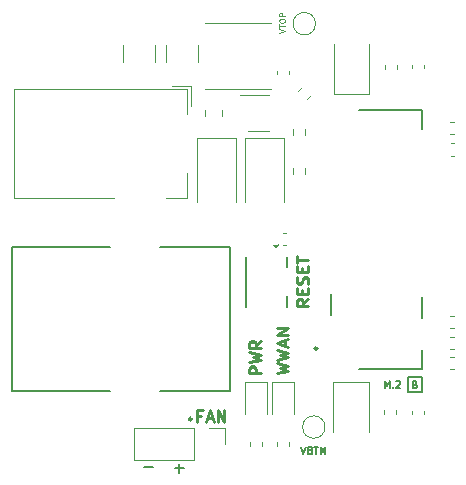
<source format=gbr>
G04 #@! TF.GenerationSoftware,KiCad,Pcbnew,(5.1.9-0-10_14)*
G04 #@! TF.CreationDate,2021-05-09T00:19:33+01:00*
G04 #@! TF.ProjectId,usb3-ngff-carrier,75736233-2d6e-4676-9666-2d6361727269,1*
G04 #@! TF.SameCoordinates,Original*
G04 #@! TF.FileFunction,Legend,Top*
G04 #@! TF.FilePolarity,Positive*
%FSLAX46Y46*%
G04 Gerber Fmt 4.6, Leading zero omitted, Abs format (unit mm)*
G04 Created by KiCad (PCBNEW (5.1.9-0-10_14)) date 2021-05-09 00:19:33*
%MOMM*%
%LPD*%
G01*
G04 APERTURE LIST*
%ADD10C,0.152400*%
%ADD11C,0.150000*%
%ADD12C,0.250000*%
%ADD13C,0.120000*%
%ADD14C,0.127000*%
%ADD15C,0.240000*%
%ADD16C,0.125000*%
%ADD17C,0.100000*%
%ADD18R,1.220000X0.650000*%
%ADD19R,1.200000X4.700000*%
%ADD20C,1.500000*%
%ADD21C,3.500000*%
%ADD22C,1.420000*%
%ADD23R,1.420000X1.420000*%
%ADD24C,1.200000*%
%ADD25C,3.000000*%
%ADD26C,5.300000*%
%ADD27O,1.700000X1.700000*%
%ADD28R,1.700000X1.700000*%
%ADD29C,1.100000*%
%ADD30C,1.600000*%
%ADD31R,1.550000X0.300000*%
%ADD32R,2.750000X1.200000*%
%ADD33R,1.000000X0.900000*%
%ADD34R,0.550000X1.700000*%
%ADD35R,1.800000X2.500000*%
%ADD36R,1.800000X4.400000*%
%ADD37O,1.800000X4.000000*%
%ADD38O,4.000000X1.800000*%
%ADD39C,4.700000*%
G04 APERTURE END LIST*
D10*
X32475000Y-32900000D02*
X32475000Y-31700000D01*
X31275000Y-32900000D02*
X32475000Y-32900000D01*
X31275000Y-31700000D02*
X31275000Y-32900000D01*
X32475000Y-31700000D02*
X31275000Y-31700000D01*
D11*
X31870357Y-32307142D02*
X31956071Y-32335714D01*
X31984642Y-32364285D01*
X32013214Y-32421428D01*
X32013214Y-32507142D01*
X31984642Y-32564285D01*
X31956071Y-32592857D01*
X31898928Y-32621428D01*
X31670357Y-32621428D01*
X31670357Y-32021428D01*
X31870357Y-32021428D01*
X31927500Y-32050000D01*
X31956071Y-32078571D01*
X31984642Y-32135714D01*
X31984642Y-32192857D01*
X31956071Y-32250000D01*
X31927500Y-32278571D01*
X31870357Y-32307142D01*
X31670357Y-32307142D01*
X29327500Y-32571428D02*
X29327500Y-31971428D01*
X29527500Y-32400000D01*
X29727500Y-31971428D01*
X29727500Y-32571428D01*
X30013214Y-32514285D02*
X30041785Y-32542857D01*
X30013214Y-32571428D01*
X29984642Y-32542857D01*
X30013214Y-32514285D01*
X30013214Y-32571428D01*
X30270357Y-32028571D02*
X30298928Y-32000000D01*
X30356071Y-31971428D01*
X30498928Y-31971428D01*
X30556071Y-32000000D01*
X30584642Y-32028571D01*
X30613214Y-32085714D01*
X30613214Y-32142857D01*
X30584642Y-32228571D01*
X30241785Y-32571428D01*
X30613214Y-32571428D01*
X8919047Y-39321428D02*
X9680952Y-39321428D01*
X11519047Y-39371428D02*
X12280952Y-39371428D01*
X11900000Y-39752380D02*
X11900000Y-38990476D01*
D12*
X13790476Y-34928571D02*
X13457142Y-34928571D01*
X13457142Y-35452380D02*
X13457142Y-34452380D01*
X13933333Y-34452380D01*
X14266666Y-35166666D02*
X14742857Y-35166666D01*
X14171428Y-35452380D02*
X14504761Y-34452380D01*
X14838095Y-35452380D01*
X15171428Y-35452380D02*
X15171428Y-34452380D01*
X15742857Y-35452380D01*
X15742857Y-34452380D01*
X22852380Y-25052380D02*
X22376190Y-25385714D01*
X22852380Y-25623809D02*
X21852380Y-25623809D01*
X21852380Y-25242857D01*
X21900000Y-25147619D01*
X21947619Y-25100000D01*
X22042857Y-25052380D01*
X22185714Y-25052380D01*
X22280952Y-25100000D01*
X22328571Y-25147619D01*
X22376190Y-25242857D01*
X22376190Y-25623809D01*
X22328571Y-24623809D02*
X22328571Y-24290476D01*
X22852380Y-24147619D02*
X22852380Y-24623809D01*
X21852380Y-24623809D01*
X21852380Y-24147619D01*
X22804761Y-23766666D02*
X22852380Y-23623809D01*
X22852380Y-23385714D01*
X22804761Y-23290476D01*
X22757142Y-23242857D01*
X22661904Y-23195238D01*
X22566666Y-23195238D01*
X22471428Y-23242857D01*
X22423809Y-23290476D01*
X22376190Y-23385714D01*
X22328571Y-23576190D01*
X22280952Y-23671428D01*
X22233333Y-23719047D01*
X22138095Y-23766666D01*
X22042857Y-23766666D01*
X21947619Y-23719047D01*
X21900000Y-23671428D01*
X21852380Y-23576190D01*
X21852380Y-23338095D01*
X21900000Y-23195238D01*
X22328571Y-22766666D02*
X22328571Y-22433333D01*
X22852380Y-22290476D02*
X22852380Y-22766666D01*
X21852380Y-22766666D01*
X21852380Y-22290476D01*
X21852380Y-22004761D02*
X21852380Y-21433333D01*
X22852380Y-21719047D02*
X21852380Y-21719047D01*
X18852380Y-31333333D02*
X17852380Y-31333333D01*
X17852380Y-30952380D01*
X17900000Y-30857142D01*
X17947619Y-30809523D01*
X18042857Y-30761904D01*
X18185714Y-30761904D01*
X18280952Y-30809523D01*
X18328571Y-30857142D01*
X18376190Y-30952380D01*
X18376190Y-31333333D01*
X17852380Y-30428571D02*
X18852380Y-30190476D01*
X18138095Y-30000000D01*
X18852380Y-29809523D01*
X17852380Y-29571428D01*
X18852380Y-28619047D02*
X18376190Y-28952380D01*
X18852380Y-29190476D02*
X17852380Y-29190476D01*
X17852380Y-28809523D01*
X17900000Y-28714285D01*
X17947619Y-28666666D01*
X18042857Y-28619047D01*
X18185714Y-28619047D01*
X18280952Y-28666666D01*
X18328571Y-28714285D01*
X18376190Y-28809523D01*
X18376190Y-29190476D01*
X20152380Y-31352380D02*
X21152380Y-31114285D01*
X20438095Y-30923809D01*
X21152380Y-30733333D01*
X20152380Y-30495238D01*
X20152380Y-30209523D02*
X21152380Y-29971428D01*
X20438095Y-29780952D01*
X21152380Y-29590476D01*
X20152380Y-29352380D01*
X20866666Y-29019047D02*
X20866666Y-28542857D01*
X21152380Y-29114285D02*
X20152380Y-28780952D01*
X21152380Y-28447619D01*
X21152380Y-28114285D02*
X20152380Y-28114285D01*
X21152380Y-27542857D01*
X20152380Y-27542857D01*
D13*
X17720000Y-10860000D02*
X19480000Y-10860000D01*
X19480000Y-7790000D02*
X17050000Y-7790000D01*
X14056000Y-1706000D02*
X19644000Y-1706000D01*
X19644000Y-7294000D02*
X14056000Y-7294000D01*
X23062230Y-7826697D02*
X22726697Y-8162230D01*
X22323303Y-7087770D02*
X21987770Y-7423303D01*
X22572500Y-10662742D02*
X22572500Y-11137258D01*
X21527500Y-10662742D02*
X21527500Y-11137258D01*
X20940580Y-19465000D02*
X20659420Y-19465000D01*
X20940580Y-20485000D02*
X20659420Y-20485000D01*
X34859420Y-29260000D02*
X35140580Y-29260000D01*
X34859420Y-28240000D02*
X35140580Y-28240000D01*
X34859420Y-31010000D02*
X35140580Y-31010000D01*
X34859420Y-29990000D02*
X35140580Y-29990000D01*
X31590000Y-34509420D02*
X31590000Y-34790580D01*
X32610000Y-34509420D02*
X32610000Y-34790580D01*
X34874420Y-11060000D02*
X35155580Y-11060000D01*
X34874420Y-10040000D02*
X35155580Y-10040000D01*
X34884420Y-12910000D02*
X35165580Y-12910000D01*
X34884420Y-11890000D02*
X35165580Y-11890000D01*
X32660000Y-5540580D02*
X32660000Y-5259420D01*
X31640000Y-5540580D02*
X31640000Y-5259420D01*
X21210000Y-6040580D02*
X21210000Y-5759420D01*
X20190000Y-6040580D02*
X20190000Y-5759420D01*
X23450000Y-1750000D02*
G75*
G03*
X23450000Y-1750000I-950000J0D01*
G01*
X21527500Y-13962742D02*
X21527500Y-14437258D01*
X22572500Y-13962742D02*
X22572500Y-14437258D01*
X10790000Y-3538748D02*
X10790000Y-4961252D01*
X13510000Y-3538748D02*
X13510000Y-4961252D01*
X7140000Y-3538748D02*
X7140000Y-4961252D01*
X9860000Y-3538748D02*
X9860000Y-4961252D01*
D11*
X16250000Y-20675000D02*
X16250000Y-32825000D01*
X-2250000Y-32825000D02*
X6025000Y-32825000D01*
X10275000Y-32825000D02*
X16250000Y-32825000D01*
X-2250000Y-20675000D02*
X-2250000Y-32825000D01*
X-2250000Y-20675000D02*
X6025000Y-20675000D01*
X10275000Y-20675000D02*
X16250000Y-20675000D01*
D12*
X12984999Y-35225000D02*
G75*
G03*
X12984999Y-35225000I-125000J0D01*
G01*
D13*
X15780000Y-36020000D02*
X15780000Y-37350000D01*
X14450000Y-36020000D02*
X15780000Y-36020000D01*
X13180000Y-36020000D02*
X13180000Y-38680000D01*
X13180000Y-38680000D02*
X8040000Y-38680000D01*
X13180000Y-36020000D02*
X8040000Y-36020000D01*
X8040000Y-36020000D02*
X8040000Y-38680000D01*
D14*
X27100000Y-30950000D02*
X32500000Y-30950000D01*
X32500000Y-30950000D02*
X32500000Y-29350000D01*
X32500000Y-26650000D02*
X32500000Y-24850000D01*
X32500000Y-10650000D02*
X32500000Y-9050000D01*
X32500000Y-9050000D02*
X27100000Y-9050000D01*
X24750000Y-24600000D02*
X24750000Y-26400000D01*
D15*
X23620000Y-29250000D02*
G75*
G03*
X23620000Y-29250000I-120000J0D01*
G01*
D13*
X34837221Y-27510000D02*
X35162779Y-27510000D01*
X34837221Y-26490000D02*
X35162779Y-26490000D01*
X29240000Y-34487221D02*
X29240000Y-34812779D01*
X30260000Y-34487221D02*
X30260000Y-34812779D01*
X30360000Y-5562779D02*
X30360000Y-5237221D01*
X29340000Y-5562779D02*
X29340000Y-5237221D01*
D12*
X20225000Y-20500001D02*
G75*
G03*
X20225000Y-20500001I-125000J0D01*
G01*
D11*
X21075000Y-25700000D02*
X21075000Y-24825000D01*
X21075000Y-21500000D02*
X21075000Y-22375000D01*
X17525000Y-21500000D02*
X17525000Y-25700000D01*
D13*
X17890000Y-37137221D02*
X17890000Y-37462779D01*
X18910000Y-37137221D02*
X18910000Y-37462779D01*
X17440000Y-32115000D02*
X17440000Y-34800000D01*
X19360000Y-32115000D02*
X17440000Y-32115000D01*
X19360000Y-34800000D02*
X19360000Y-32115000D01*
X24250000Y-35900000D02*
G75*
G03*
X24250000Y-35900000I-950000J0D01*
G01*
X20190000Y-37137221D02*
X20190000Y-37462779D01*
X21210000Y-37137221D02*
X21210000Y-37462779D01*
X19740000Y-32115000D02*
X19740000Y-34800000D01*
X21660000Y-32115000D02*
X19740000Y-32115000D01*
X21660000Y-34800000D02*
X21660000Y-32115000D01*
X24940000Y-32090000D02*
X24940000Y-36300000D01*
X27960000Y-32090000D02*
X24940000Y-32090000D01*
X27960000Y-36300000D02*
X27960000Y-32090000D01*
X28000000Y-7710000D02*
X28000000Y-3500000D01*
X24980000Y-7710000D02*
X28000000Y-7710000D01*
X24980000Y-3500000D02*
X24980000Y-7710000D01*
X14090000Y-9558578D02*
X14090000Y-9041422D01*
X15510000Y-9558578D02*
X15510000Y-9041422D01*
X16750000Y-11450000D02*
X16750000Y-16850000D01*
X13450000Y-11450000D02*
X13450000Y-16850000D01*
X16750000Y-11450000D02*
X13450000Y-11450000D01*
X20750000Y-11450000D02*
X20750000Y-16850000D01*
X17450000Y-11450000D02*
X17450000Y-16850000D01*
X20750000Y-11450000D02*
X17450000Y-11450000D01*
X6400000Y-16500000D02*
X-2100000Y-16500000D01*
X-2100000Y-16500000D02*
X-2100000Y-7300000D01*
X-2100000Y-7300000D02*
X12600000Y-7300000D01*
X12600000Y-14400000D02*
X12600000Y-16500000D01*
X12600000Y-16500000D02*
X10800000Y-16500000D01*
X12900000Y-8700000D02*
X12900000Y-7000000D01*
X12900000Y-7000000D02*
X11300000Y-7000000D01*
X12600000Y-7300000D02*
X12600000Y-9400000D01*
D16*
X20376190Y-2519047D02*
X20876190Y-2352380D01*
X20376190Y-2185714D01*
X20376190Y-2090476D02*
X20376190Y-1804761D01*
X20876190Y-1947619D02*
X20376190Y-1947619D01*
X20376190Y-1542857D02*
X20376190Y-1447619D01*
X20400000Y-1400000D01*
X20447619Y-1352380D01*
X20542857Y-1328571D01*
X20709523Y-1328571D01*
X20804761Y-1352380D01*
X20852380Y-1400000D01*
X20876190Y-1447619D01*
X20876190Y-1542857D01*
X20852380Y-1590476D01*
X20804761Y-1638095D01*
X20709523Y-1661904D01*
X20542857Y-1661904D01*
X20447619Y-1638095D01*
X20400000Y-1590476D01*
X20376190Y-1542857D01*
X20876190Y-1114285D02*
X20376190Y-1114285D01*
X20376190Y-923809D01*
X20400000Y-876190D01*
X20423809Y-852380D01*
X20471428Y-828571D01*
X20542857Y-828571D01*
X20590476Y-852380D01*
X20614285Y-876190D01*
X20638095Y-923809D01*
X20638095Y-1114285D01*
D11*
X22228571Y-37571428D02*
X22428571Y-38171428D01*
X22628571Y-37571428D01*
X23028571Y-37857142D02*
X23114285Y-37885714D01*
X23142857Y-37914285D01*
X23171428Y-37971428D01*
X23171428Y-38057142D01*
X23142857Y-38114285D01*
X23114285Y-38142857D01*
X23057142Y-38171428D01*
X22828571Y-38171428D01*
X22828571Y-37571428D01*
X23028571Y-37571428D01*
X23085714Y-37600000D01*
X23114285Y-37628571D01*
X23142857Y-37685714D01*
X23142857Y-37742857D01*
X23114285Y-37800000D01*
X23085714Y-37828571D01*
X23028571Y-37857142D01*
X22828571Y-37857142D01*
X23342857Y-37571428D02*
X23685714Y-37571428D01*
X23514285Y-38171428D02*
X23514285Y-37571428D01*
X23885714Y-38171428D02*
X23885714Y-37571428D01*
X24085714Y-38000000D01*
X24285714Y-37571428D01*
X24285714Y-38171428D01*
%LPC*%
D17*
G36*
X89700000Y-35050000D02*
G01*
X43000000Y-35050000D01*
X39000000Y-31050000D01*
X39000000Y-8950000D01*
X43000000Y-4950000D01*
X89700000Y-4950000D01*
X89700000Y-35050000D01*
G37*
X89700000Y-35050000D02*
X43000000Y-35050000D01*
X39000000Y-31050000D01*
X39000000Y-8950000D01*
X43000000Y-4950000D01*
X89700000Y-4950000D01*
X89700000Y-35050000D01*
D18*
X17290000Y-8350000D03*
X17290000Y-9300000D03*
X17290000Y-10250000D03*
X19910000Y-10250000D03*
X19910000Y-9300000D03*
X19910000Y-8350000D03*
D19*
X15195000Y-4500000D03*
X18505000Y-4500000D03*
G36*
G01*
X23196751Y-6564340D02*
X23585660Y-6953249D01*
G75*
G02*
X23585660Y-7236091I-141421J-141421D01*
G01*
X23302817Y-7518934D01*
G75*
G02*
X23019975Y-7518934I-141421J141421D01*
G01*
X22631066Y-7130025D01*
G75*
G02*
X22631066Y-6847183I141421J141421D01*
G01*
X22913909Y-6564340D01*
G75*
G02*
X23196751Y-6564340I141421J-141421D01*
G01*
G37*
G36*
G01*
X22030025Y-7731066D02*
X22418934Y-8119975D01*
G75*
G02*
X22418934Y-8402817I-141421J-141421D01*
G01*
X22136091Y-8685660D01*
G75*
G02*
X21853249Y-8685660I-141421J141421D01*
G01*
X21464340Y-8296751D01*
G75*
G02*
X21464340Y-8013909I141421J141421D01*
G01*
X21747183Y-7731066D01*
G75*
G02*
X22030025Y-7731066I141421J-141421D01*
G01*
G37*
G36*
G01*
X21775000Y-11325000D02*
X22325000Y-11325000D01*
G75*
G02*
X22525000Y-11525000I0J-200000D01*
G01*
X22525000Y-11925000D01*
G75*
G02*
X22325000Y-12125000I-200000J0D01*
G01*
X21775000Y-12125000D01*
G75*
G02*
X21575000Y-11925000I0J200000D01*
G01*
X21575000Y-11525000D01*
G75*
G02*
X21775000Y-11325000I200000J0D01*
G01*
G37*
G36*
G01*
X21775000Y-9675000D02*
X22325000Y-9675000D01*
G75*
G02*
X22525000Y-9875000I0J-200000D01*
G01*
X22525000Y-10275000D01*
G75*
G02*
X22325000Y-10475000I-200000J0D01*
G01*
X21775000Y-10475000D01*
G75*
G02*
X21575000Y-10275000I0J200000D01*
G01*
X21575000Y-9875000D01*
G75*
G02*
X21775000Y-9675000I200000J0D01*
G01*
G37*
G36*
G01*
X20475000Y-19725000D02*
X20475000Y-20225000D01*
G75*
G02*
X20250000Y-20450000I-225000J0D01*
G01*
X19800000Y-20450000D01*
G75*
G02*
X19575000Y-20225000I0J225000D01*
G01*
X19575000Y-19725000D01*
G75*
G02*
X19800000Y-19500000I225000J0D01*
G01*
X20250000Y-19500000D01*
G75*
G02*
X20475000Y-19725000I0J-225000D01*
G01*
G37*
G36*
G01*
X22025000Y-19725000D02*
X22025000Y-20225000D01*
G75*
G02*
X21800000Y-20450000I-225000J0D01*
G01*
X21350000Y-20450000D01*
G75*
G02*
X21125000Y-20225000I0J225000D01*
G01*
X21125000Y-19725000D01*
G75*
G02*
X21350000Y-19500000I225000J0D01*
G01*
X21800000Y-19500000D01*
G75*
G02*
X22025000Y-19725000I0J-225000D01*
G01*
G37*
G36*
G01*
X35325000Y-29000000D02*
X35325000Y-28500000D01*
G75*
G02*
X35550000Y-28275000I225000J0D01*
G01*
X36000000Y-28275000D01*
G75*
G02*
X36225000Y-28500000I0J-225000D01*
G01*
X36225000Y-29000000D01*
G75*
G02*
X36000000Y-29225000I-225000J0D01*
G01*
X35550000Y-29225000D01*
G75*
G02*
X35325000Y-29000000I0J225000D01*
G01*
G37*
G36*
G01*
X33775000Y-29000000D02*
X33775000Y-28500000D01*
G75*
G02*
X34000000Y-28275000I225000J0D01*
G01*
X34450000Y-28275000D01*
G75*
G02*
X34675000Y-28500000I0J-225000D01*
G01*
X34675000Y-29000000D01*
G75*
G02*
X34450000Y-29225000I-225000J0D01*
G01*
X34000000Y-29225000D01*
G75*
G02*
X33775000Y-29000000I0J225000D01*
G01*
G37*
G36*
G01*
X35325000Y-30750000D02*
X35325000Y-30250000D01*
G75*
G02*
X35550000Y-30025000I225000J0D01*
G01*
X36000000Y-30025000D01*
G75*
G02*
X36225000Y-30250000I0J-225000D01*
G01*
X36225000Y-30750000D01*
G75*
G02*
X36000000Y-30975000I-225000J0D01*
G01*
X35550000Y-30975000D01*
G75*
G02*
X35325000Y-30750000I0J225000D01*
G01*
G37*
G36*
G01*
X33775000Y-30750000D02*
X33775000Y-30250000D01*
G75*
G02*
X34000000Y-30025000I225000J0D01*
G01*
X34450000Y-30025000D01*
G75*
G02*
X34675000Y-30250000I0J-225000D01*
G01*
X34675000Y-30750000D01*
G75*
G02*
X34450000Y-30975000I-225000J0D01*
G01*
X34000000Y-30975000D01*
G75*
G02*
X33775000Y-30750000I0J225000D01*
G01*
G37*
G36*
G01*
X31850000Y-34975000D02*
X32350000Y-34975000D01*
G75*
G02*
X32575000Y-35200000I0J-225000D01*
G01*
X32575000Y-35650000D01*
G75*
G02*
X32350000Y-35875000I-225000J0D01*
G01*
X31850000Y-35875000D01*
G75*
G02*
X31625000Y-35650000I0J225000D01*
G01*
X31625000Y-35200000D01*
G75*
G02*
X31850000Y-34975000I225000J0D01*
G01*
G37*
G36*
G01*
X31850000Y-33425000D02*
X32350000Y-33425000D01*
G75*
G02*
X32575000Y-33650000I0J-225000D01*
G01*
X32575000Y-34100000D01*
G75*
G02*
X32350000Y-34325000I-225000J0D01*
G01*
X31850000Y-34325000D01*
G75*
G02*
X31625000Y-34100000I0J225000D01*
G01*
X31625000Y-33650000D01*
G75*
G02*
X31850000Y-33425000I225000J0D01*
G01*
G37*
G36*
G01*
X35340000Y-10800000D02*
X35340000Y-10300000D01*
G75*
G02*
X35565000Y-10075000I225000J0D01*
G01*
X36015000Y-10075000D01*
G75*
G02*
X36240000Y-10300000I0J-225000D01*
G01*
X36240000Y-10800000D01*
G75*
G02*
X36015000Y-11025000I-225000J0D01*
G01*
X35565000Y-11025000D01*
G75*
G02*
X35340000Y-10800000I0J225000D01*
G01*
G37*
G36*
G01*
X33790000Y-10800000D02*
X33790000Y-10300000D01*
G75*
G02*
X34015000Y-10075000I225000J0D01*
G01*
X34465000Y-10075000D01*
G75*
G02*
X34690000Y-10300000I0J-225000D01*
G01*
X34690000Y-10800000D01*
G75*
G02*
X34465000Y-11025000I-225000J0D01*
G01*
X34015000Y-11025000D01*
G75*
G02*
X33790000Y-10800000I0J225000D01*
G01*
G37*
G36*
G01*
X35350000Y-12650000D02*
X35350000Y-12150000D01*
G75*
G02*
X35575000Y-11925000I225000J0D01*
G01*
X36025000Y-11925000D01*
G75*
G02*
X36250000Y-12150000I0J-225000D01*
G01*
X36250000Y-12650000D01*
G75*
G02*
X36025000Y-12875000I-225000J0D01*
G01*
X35575000Y-12875000D01*
G75*
G02*
X35350000Y-12650000I0J225000D01*
G01*
G37*
G36*
G01*
X33800000Y-12650000D02*
X33800000Y-12150000D01*
G75*
G02*
X34025000Y-11925000I225000J0D01*
G01*
X34475000Y-11925000D01*
G75*
G02*
X34700000Y-12150000I0J-225000D01*
G01*
X34700000Y-12650000D01*
G75*
G02*
X34475000Y-12875000I-225000J0D01*
G01*
X34025000Y-12875000D01*
G75*
G02*
X33800000Y-12650000I0J225000D01*
G01*
G37*
G36*
G01*
X32400000Y-5075000D02*
X31900000Y-5075000D01*
G75*
G02*
X31675000Y-4850000I0J225000D01*
G01*
X31675000Y-4400000D01*
G75*
G02*
X31900000Y-4175000I225000J0D01*
G01*
X32400000Y-4175000D01*
G75*
G02*
X32625000Y-4400000I0J-225000D01*
G01*
X32625000Y-4850000D01*
G75*
G02*
X32400000Y-5075000I-225000J0D01*
G01*
G37*
G36*
G01*
X32400000Y-6625000D02*
X31900000Y-6625000D01*
G75*
G02*
X31675000Y-6400000I0J225000D01*
G01*
X31675000Y-5950000D01*
G75*
G02*
X31900000Y-5725000I225000J0D01*
G01*
X32400000Y-5725000D01*
G75*
G02*
X32625000Y-5950000I0J-225000D01*
G01*
X32625000Y-6400000D01*
G75*
G02*
X32400000Y-6625000I-225000J0D01*
G01*
G37*
G36*
G01*
X20950000Y-5575000D02*
X20450000Y-5575000D01*
G75*
G02*
X20225000Y-5350000I0J225000D01*
G01*
X20225000Y-4900000D01*
G75*
G02*
X20450000Y-4675000I225000J0D01*
G01*
X20950000Y-4675000D01*
G75*
G02*
X21175000Y-4900000I0J-225000D01*
G01*
X21175000Y-5350000D01*
G75*
G02*
X20950000Y-5575000I-225000J0D01*
G01*
G37*
G36*
G01*
X20950000Y-7125000D02*
X20450000Y-7125000D01*
G75*
G02*
X20225000Y-6900000I0J225000D01*
G01*
X20225000Y-6450000D01*
G75*
G02*
X20450000Y-6225000I225000J0D01*
G01*
X20950000Y-6225000D01*
G75*
G02*
X21175000Y-6450000I0J-225000D01*
G01*
X21175000Y-6900000D01*
G75*
G02*
X20950000Y-7125000I-225000J0D01*
G01*
G37*
D20*
X22500000Y-1750000D03*
G36*
G01*
X21775000Y-14625000D02*
X22325000Y-14625000D01*
G75*
G02*
X22525000Y-14825000I0J-200000D01*
G01*
X22525000Y-15225000D01*
G75*
G02*
X22325000Y-15425000I-200000J0D01*
G01*
X21775000Y-15425000D01*
G75*
G02*
X21575000Y-15225000I0J200000D01*
G01*
X21575000Y-14825000D01*
G75*
G02*
X21775000Y-14625000I200000J0D01*
G01*
G37*
G36*
G01*
X21775000Y-12975000D02*
X22325000Y-12975000D01*
G75*
G02*
X22525000Y-13175000I0J-200000D01*
G01*
X22525000Y-13575000D01*
G75*
G02*
X22325000Y-13775000I-200000J0D01*
G01*
X21775000Y-13775000D01*
G75*
G02*
X21575000Y-13575000I0J200000D01*
G01*
X21575000Y-13175000D01*
G75*
G02*
X21775000Y-12975000I200000J0D01*
G01*
G37*
G36*
G01*
X11049999Y-5150000D02*
X13250001Y-5150000D01*
G75*
G02*
X13500000Y-5399999I0J-249999D01*
G01*
X13500000Y-6050001D01*
G75*
G02*
X13250001Y-6300000I-249999J0D01*
G01*
X11049999Y-6300000D01*
G75*
G02*
X10800000Y-6050001I0J249999D01*
G01*
X10800000Y-5399999D01*
G75*
G02*
X11049999Y-5150000I249999J0D01*
G01*
G37*
G36*
G01*
X11049550Y-2200000D02*
X13250450Y-2200000D01*
G75*
G02*
X13500000Y-2449550I0J-249550D01*
G01*
X13500000Y-3100450D01*
G75*
G02*
X13250450Y-3350000I-249550J0D01*
G01*
X11049550Y-3350000D01*
G75*
G02*
X10800000Y-3100450I0J249550D01*
G01*
X10800000Y-2449550D01*
G75*
G02*
X11049550Y-2200000I249550J0D01*
G01*
G37*
G36*
G01*
X7399999Y-5150000D02*
X9600001Y-5150000D01*
G75*
G02*
X9850000Y-5399999I0J-249999D01*
G01*
X9850000Y-6050001D01*
G75*
G02*
X9600001Y-6300000I-249999J0D01*
G01*
X7399999Y-6300000D01*
G75*
G02*
X7150000Y-6050001I0J249999D01*
G01*
X7150000Y-5399999D01*
G75*
G02*
X7399999Y-5150000I249999J0D01*
G01*
G37*
G36*
G01*
X7399550Y-2200000D02*
X9600450Y-2200000D01*
G75*
G02*
X9850000Y-2449550I0J-249550D01*
G01*
X9850000Y-3100450D01*
G75*
G02*
X9600450Y-3350000I-249550J0D01*
G01*
X7399550Y-3350000D01*
G75*
G02*
X7150000Y-3100450I0J249550D01*
G01*
X7150000Y-2449550D01*
G75*
G02*
X7399550Y-2200000I249550J0D01*
G01*
G37*
D21*
X8150000Y-20730000D03*
X8150000Y-32770000D03*
D22*
X10860000Y-25500000D03*
X10860000Y-28000000D03*
X12859999Y-25500000D03*
D23*
X12859999Y-28000000D03*
D24*
X14860000Y-22500000D03*
X14860000Y-24250000D03*
X14860000Y-31000000D03*
X14860000Y-29250000D03*
X14860000Y-26750000D03*
D25*
X70250000Y-20000000D03*
D26*
X70250000Y-20000000D03*
D25*
X80250000Y-20000000D03*
D26*
X80250000Y-20000000D03*
D27*
X9370000Y-37350000D03*
X11910000Y-37350000D03*
D28*
X14450000Y-37350000D03*
D29*
X30000000Y-30000000D03*
D30*
X30000000Y-10000000D03*
D31*
X24725000Y-29250000D03*
X32275000Y-29000000D03*
X24725000Y-28750000D03*
X32275000Y-28500000D03*
X24725000Y-28250000D03*
X32275000Y-28000000D03*
X24725000Y-27750000D03*
X32275000Y-27500000D03*
X24725000Y-27250000D03*
X32275000Y-27000000D03*
X24725000Y-26750000D03*
X32275000Y-24500000D03*
X24725000Y-24250000D03*
X32275000Y-24000000D03*
X24725000Y-23750000D03*
X32275000Y-23500000D03*
X24725000Y-23250000D03*
X32275000Y-23000000D03*
X24725000Y-22750000D03*
X32275000Y-22500000D03*
X24725000Y-22250000D03*
X32275000Y-22000000D03*
X24725000Y-21750000D03*
X32275000Y-21500000D03*
X24725000Y-21250000D03*
X32275000Y-21000000D03*
X24725000Y-20750000D03*
X32275000Y-20500000D03*
X24725000Y-20250000D03*
X32275000Y-20000000D03*
X24725000Y-19750000D03*
X32275000Y-19500000D03*
X24725000Y-19250000D03*
X32275000Y-19000000D03*
X24725000Y-18750000D03*
X32275000Y-18500000D03*
X24725000Y-18250000D03*
X32275000Y-18000000D03*
X24725000Y-17750000D03*
X32275000Y-17500000D03*
X24725000Y-17250000D03*
X32275000Y-17000000D03*
X24725000Y-16750000D03*
X32275000Y-16500000D03*
X24725000Y-16250000D03*
X32275000Y-16000000D03*
X24725000Y-15750000D03*
X32275000Y-15500000D03*
X24725000Y-15250000D03*
X32275000Y-15000000D03*
X24725000Y-14750000D03*
X32275000Y-14500000D03*
X24725000Y-14250000D03*
X32275000Y-14000000D03*
X24725000Y-13750000D03*
X32275000Y-13500000D03*
X24725000Y-13250000D03*
X32275000Y-13000000D03*
X24725000Y-12750000D03*
X32275000Y-12500000D03*
X24725000Y-12250000D03*
X32275000Y-12000000D03*
X24725000Y-11750000D03*
X32275000Y-11500000D03*
X24725000Y-11250000D03*
X32275000Y-11000000D03*
X24725000Y-10750000D03*
D32*
X25500000Y-30350000D03*
X25500000Y-9650000D03*
G36*
G01*
X35350000Y-27256250D02*
X35350000Y-26743750D01*
G75*
G02*
X35568750Y-26525000I218750J0D01*
G01*
X36006250Y-26525000D01*
G75*
G02*
X36225000Y-26743750I0J-218750D01*
G01*
X36225000Y-27256250D01*
G75*
G02*
X36006250Y-27475000I-218750J0D01*
G01*
X35568750Y-27475000D01*
G75*
G02*
X35350000Y-27256250I0J218750D01*
G01*
G37*
G36*
G01*
X33775000Y-27256250D02*
X33775000Y-26743750D01*
G75*
G02*
X33993750Y-26525000I218750J0D01*
G01*
X34431250Y-26525000D01*
G75*
G02*
X34650000Y-26743750I0J-218750D01*
G01*
X34650000Y-27256250D01*
G75*
G02*
X34431250Y-27475000I-218750J0D01*
G01*
X33993750Y-27475000D01*
G75*
G02*
X33775000Y-27256250I0J218750D01*
G01*
G37*
G36*
G01*
X29493750Y-35000000D02*
X30006250Y-35000000D01*
G75*
G02*
X30225000Y-35218750I0J-218750D01*
G01*
X30225000Y-35656250D01*
G75*
G02*
X30006250Y-35875000I-218750J0D01*
G01*
X29493750Y-35875000D01*
G75*
G02*
X29275000Y-35656250I0J218750D01*
G01*
X29275000Y-35218750D01*
G75*
G02*
X29493750Y-35000000I218750J0D01*
G01*
G37*
G36*
G01*
X29493750Y-33425000D02*
X30006250Y-33425000D01*
G75*
G02*
X30225000Y-33643750I0J-218750D01*
G01*
X30225000Y-34081250D01*
G75*
G02*
X30006250Y-34300000I-218750J0D01*
G01*
X29493750Y-34300000D01*
G75*
G02*
X29275000Y-34081250I0J218750D01*
G01*
X29275000Y-33643750D01*
G75*
G02*
X29493750Y-33425000I218750J0D01*
G01*
G37*
G36*
G01*
X30106250Y-5050000D02*
X29593750Y-5050000D01*
G75*
G02*
X29375000Y-4831250I0J218750D01*
G01*
X29375000Y-4393750D01*
G75*
G02*
X29593750Y-4175000I218750J0D01*
G01*
X30106250Y-4175000D01*
G75*
G02*
X30325000Y-4393750I0J-218750D01*
G01*
X30325000Y-4831250D01*
G75*
G02*
X30106250Y-5050000I-218750J0D01*
G01*
G37*
G36*
G01*
X30106250Y-6625000D02*
X29593750Y-6625000D01*
G75*
G02*
X29375000Y-6406250I0J218750D01*
G01*
X29375000Y-5968750D01*
G75*
G02*
X29593750Y-5750000I218750J0D01*
G01*
X30106250Y-5750000D01*
G75*
G02*
X30325000Y-5968750I0J-218750D01*
G01*
X30325000Y-6406250D01*
G75*
G02*
X30106250Y-6625000I-218750J0D01*
G01*
G37*
D33*
X20100000Y-21550001D03*
X20100000Y-25649999D03*
X18500000Y-21550001D03*
X18500000Y-25649999D03*
D34*
X20725000Y-23600000D03*
G36*
G01*
X18143750Y-37650000D02*
X18656250Y-37650000D01*
G75*
G02*
X18875000Y-37868750I0J-218750D01*
G01*
X18875000Y-38306250D01*
G75*
G02*
X18656250Y-38525000I-218750J0D01*
G01*
X18143750Y-38525000D01*
G75*
G02*
X17925000Y-38306250I0J218750D01*
G01*
X17925000Y-37868750D01*
G75*
G02*
X18143750Y-37650000I218750J0D01*
G01*
G37*
G36*
G01*
X18143750Y-36075000D02*
X18656250Y-36075000D01*
G75*
G02*
X18875000Y-36293750I0J-218750D01*
G01*
X18875000Y-36731250D01*
G75*
G02*
X18656250Y-36950000I-218750J0D01*
G01*
X18143750Y-36950000D01*
G75*
G02*
X17925000Y-36731250I0J218750D01*
G01*
X17925000Y-36293750D01*
G75*
G02*
X18143750Y-36075000I218750J0D01*
G01*
G37*
G36*
G01*
X17943750Y-34250000D02*
X18856250Y-34250000D01*
G75*
G02*
X19100000Y-34493750I0J-243750D01*
G01*
X19100000Y-34981250D01*
G75*
G02*
X18856250Y-35225000I-243750J0D01*
G01*
X17943750Y-35225000D01*
G75*
G02*
X17700000Y-34981250I0J243750D01*
G01*
X17700000Y-34493750D01*
G75*
G02*
X17943750Y-34250000I243750J0D01*
G01*
G37*
G36*
G01*
X17943750Y-32375000D02*
X18856250Y-32375000D01*
G75*
G02*
X19100000Y-32618750I0J-243750D01*
G01*
X19100000Y-33106250D01*
G75*
G02*
X18856250Y-33350000I-243750J0D01*
G01*
X17943750Y-33350000D01*
G75*
G02*
X17700000Y-33106250I0J243750D01*
G01*
X17700000Y-32618750D01*
G75*
G02*
X17943750Y-32375000I243750J0D01*
G01*
G37*
D20*
X23300000Y-35900000D03*
G36*
G01*
X20443750Y-37650000D02*
X20956250Y-37650000D01*
G75*
G02*
X21175000Y-37868750I0J-218750D01*
G01*
X21175000Y-38306250D01*
G75*
G02*
X20956250Y-38525000I-218750J0D01*
G01*
X20443750Y-38525000D01*
G75*
G02*
X20225000Y-38306250I0J218750D01*
G01*
X20225000Y-37868750D01*
G75*
G02*
X20443750Y-37650000I218750J0D01*
G01*
G37*
G36*
G01*
X20443750Y-36075000D02*
X20956250Y-36075000D01*
G75*
G02*
X21175000Y-36293750I0J-218750D01*
G01*
X21175000Y-36731250D01*
G75*
G02*
X20956250Y-36950000I-218750J0D01*
G01*
X20443750Y-36950000D01*
G75*
G02*
X20225000Y-36731250I0J218750D01*
G01*
X20225000Y-36293750D01*
G75*
G02*
X20443750Y-36075000I218750J0D01*
G01*
G37*
G36*
G01*
X20243750Y-34250000D02*
X21156250Y-34250000D01*
G75*
G02*
X21400000Y-34493750I0J-243750D01*
G01*
X21400000Y-34981250D01*
G75*
G02*
X21156250Y-35225000I-243750J0D01*
G01*
X20243750Y-35225000D01*
G75*
G02*
X20000000Y-34981250I0J243750D01*
G01*
X20000000Y-34493750D01*
G75*
G02*
X20243750Y-34250000I243750J0D01*
G01*
G37*
G36*
G01*
X20243750Y-32375000D02*
X21156250Y-32375000D01*
G75*
G02*
X21400000Y-32618750I0J-243750D01*
G01*
X21400000Y-33106250D01*
G75*
G02*
X21156250Y-33350000I-243750J0D01*
G01*
X20243750Y-33350000D01*
G75*
G02*
X20000000Y-33106250I0J243750D01*
G01*
X20000000Y-32618750D01*
G75*
G02*
X20243750Y-32375000I243750J0D01*
G01*
G37*
G36*
G01*
X25524998Y-35425000D02*
X27375002Y-35425000D01*
G75*
G02*
X27625000Y-35674998I0J-249998D01*
G01*
X27625000Y-36500002D01*
G75*
G02*
X27375002Y-36750000I-249998J0D01*
G01*
X25524998Y-36750000D01*
G75*
G02*
X25275000Y-36500002I0J249998D01*
G01*
X25275000Y-35674998D01*
G75*
G02*
X25524998Y-35425000I249998J0D01*
G01*
G37*
G36*
G01*
X25524998Y-32350000D02*
X27375002Y-32350000D01*
G75*
G02*
X27625000Y-32599998I0J-249998D01*
G01*
X27625000Y-33425002D01*
G75*
G02*
X27375002Y-33675000I-249998J0D01*
G01*
X25524998Y-33675000D01*
G75*
G02*
X25275000Y-33425002I0J249998D01*
G01*
X25275000Y-32599998D01*
G75*
G02*
X25524998Y-32350000I249998J0D01*
G01*
G37*
G36*
G01*
X27415002Y-4375000D02*
X25564998Y-4375000D01*
G75*
G02*
X25315000Y-4125002I0J249998D01*
G01*
X25315000Y-3299998D01*
G75*
G02*
X25564998Y-3050000I249998J0D01*
G01*
X27415002Y-3050000D01*
G75*
G02*
X27665000Y-3299998I0J-249998D01*
G01*
X27665000Y-4125002D01*
G75*
G02*
X27415002Y-4375000I-249998J0D01*
G01*
G37*
G36*
G01*
X27415002Y-7450000D02*
X25564998Y-7450000D01*
G75*
G02*
X25315000Y-7200002I0J249998D01*
G01*
X25315000Y-6374998D01*
G75*
G02*
X25564998Y-6125000I249998J0D01*
G01*
X27415002Y-6125000D01*
G75*
G02*
X27665000Y-6374998I0J-249998D01*
G01*
X27665000Y-7200002D01*
G75*
G02*
X27415002Y-7450000I-249998J0D01*
G01*
G37*
G36*
G01*
X15256250Y-10725000D02*
X14343750Y-10725000D01*
G75*
G02*
X14100000Y-10481250I0J243750D01*
G01*
X14100000Y-9993750D01*
G75*
G02*
X14343750Y-9750000I243750J0D01*
G01*
X15256250Y-9750000D01*
G75*
G02*
X15500000Y-9993750I0J-243750D01*
G01*
X15500000Y-10481250D01*
G75*
G02*
X15256250Y-10725000I-243750J0D01*
G01*
G37*
G36*
G01*
X15256250Y-8850000D02*
X14343750Y-8850000D01*
G75*
G02*
X14100000Y-8606250I0J243750D01*
G01*
X14100000Y-8118750D01*
G75*
G02*
X14343750Y-7875000I243750J0D01*
G01*
X15256250Y-7875000D01*
G75*
G02*
X15500000Y-8118750I0J-243750D01*
G01*
X15500000Y-8606250D01*
G75*
G02*
X15256250Y-8850000I-243750J0D01*
G01*
G37*
D35*
X15100000Y-16850000D03*
X15100000Y-12850000D03*
X19100000Y-16850000D03*
X19100000Y-12850000D03*
D36*
X11600000Y-11900000D03*
D37*
X5800000Y-11900000D03*
D38*
X8600000Y-16700000D03*
D39*
X4000000Y-36000000D03*
X86000000Y-36000000D03*
X86000000Y-4000000D03*
X4000000Y-4000000D03*
M02*

</source>
